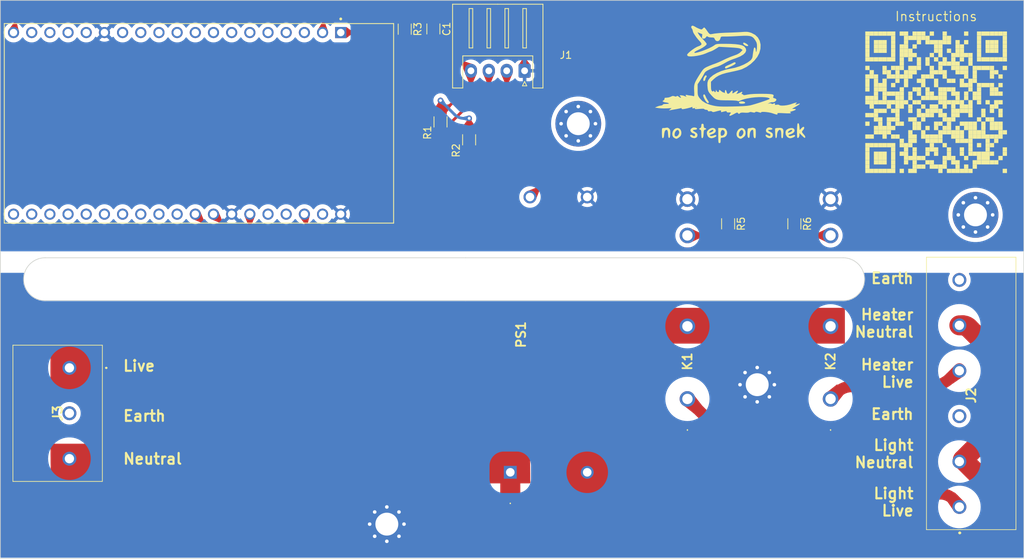
<source format=kicad_pcb>
(kicad_pcb (version 20221018) (generator pcbnew)
  (layers (0 "F.Cu" signal) (31 "B.Cu" signal) (34 "B.Paste" user) (35 "F.Paste" user) (36 "B.SilkS" user "B.Silkscreen") (37 "F.SilkS" user "F.Silkscreen") (38 "B.Mask" user) (39 "F.Mask" user) (44 "Edge.Cuts" user))
  (net 0 "")
  (net 1 "LIGHT_AC_P")
  (net 2 "AC_P_IN")
  (net 3 "LIGHT_EN")
  (net 4 "GND")
  (net 5 "HEAT_AC_P")
  (net 6 "HEAT_EN")
  (net 7 "AC_N_IN")
  (net 8 "+5V")
  (net 37 "Net-(J2-Pin_3)")
  (net 38 "SCL")
  (net 39 "LIGHT_LED_P")
  (net 40 "HEAT_LED_P")
  (net 41 "+3.3V")
  (net 42 "SDA")
  (net 43 "Net-(U1-EN)")
  (net 44 "Net-(J2-Pin_6)")
  (net 45 "Net-(J3-Pin_2)")
  (net 46 "Earth")
  (footprint "Resistor_SMD:R_1206_3216Metric_Pad1.30x1.75mm_HandSolder" (layer "F.Cu") (at 142.5 83 90)
    (fp_text reference "R1" (at -1.5 -1.82 90) (layer "F.SilkS"))
    (fp_text value "2.4k")
    (pad "1" smd roundrect (at -1.55 0 90) (size 1.3 1.75) (layers "F.Cu" "F.Paste" "F.Mask") (roundrect_rratio 0.1923076923) (net 38 "SCL"))
    (pad "2" smd roundrect (at 1.55 0 90) (size 1.3 1.75) (layers "F.Cu" "F.Paste" "F.Mask") (roundrect_rratio 0.1923076923) (net 41 "+3.3V"))
  )
  (footprint "Resistor_SMD:R_1206_3216Metric_Pad1.30x1.75mm_HandSolder" (layer "F.Cu") (at 146.5 85.5 90)
    (fp_text reference "R2" (at -1.5 -1.82 90) (layer "F.SilkS"))
    (fp_text value "2.4k")
    (pad "1" smd roundrect (at -1.55 0 90) (size 1.3 1.75) (layers "F.Cu" "F.Paste" "F.Mask") (roundrect_rratio 0.1923076923) (net 42 "SDA"))
    (pad "2" smd roundrect (at 1.55 0 90) (size 1.3 1.75) (layers "F.Cu" "F.Paste" "F.Mask") (roundrect_rratio 0.1923076923) (net 41 "+3.3V"))
  )
  (footprint "ESP32-DEVKITC-32D:MODULE_ESP32-DEVKITC-32D" (layer "F.Cu") (at 108.8 83.2 -90)
    (fp_text reference "U1" hide)
    (fp_text value "ESP32-DEVKITC-32D")
    (pad "J2-1" thru_hole rect (at -12.7 -19.76 270) (size 1.56 1.56) (drill 1.04) (layers "*.Cu" "*.Mask") (net 41 "+3.3V"))
    (pad "J2-2" thru_hole circle (at -12.7 -17.22 270) (size 1.56 1.56) (drill 1.04) (layers "*.Cu" "*.Mask") (net 43 "Net-(U1-EN)"))
    (pad "J2-3" thru_hole circle (at -12.7 -14.68 270) (size 1.56 1.56) (drill 1.04) (layers "*.Cu" "*.Mask"))
    (pad "J2-4" thru_hole circle (at -12.7 -12.14 270) (size 1.56 1.56) (drill 1.04) (layers "*.Cu" "*.Mask"))
    (pad "J2-5" thru_hole circle (at -12.7 -9.6 270) (size 1.56 1.56) (drill 1.04) (layers "*.Cu" "*.Mask"))
    (pad "J2-6" thru_hole circle (at -12.7 -7.06 270) (size 1.56 1.56) (drill 1.04) (layers "*.Cu" "*.Mask"))
    (pad "J2-7" thru_hole circle (at -12.7 -4.52 270) (size 1.56 1.56) (drill 1.04) (layers "*.Cu" "*.Mask"))
    (pad "J2-8" thru_hole circle (at -12.7 -1.98 270) (size 1.56 1.56) (drill 1.04) (layers "*.Cu" "*.Mask"))
    (pad "J2-9" thru_hole circle (at -12.7 0.56 270) (size 1.56 1.56) (drill 1.04) (layers "*.Cu" "*.Mask"))
    (pad "J2-10" thru_hole circle (at -12.7 3.1 270) (size 1.56 1.56) (drill 1.04) (layers "*.Cu" "*.Mask"))
    (pad "J2-11" thru_hole circle (at -12.7 5.64 270) (size 1.56 1.56) (drill 1.04) (layers "*.Cu" "*.Mask"))
    (pad "J2-12" thru_hole circle (at -12.7 8.18 270) (size 1.56 1.56) (drill 1.04) (layers "*.Cu" "*.Mask"))
    (pad "J2-13" thru_hole circle (at -12.7 10.72 270) (size 1.56 1.56) (drill 1.04) (layers "*.Cu" "*.Mask"))
    (pad "J2-14" thru_hole circle (at -12.7 13.26 270) (size 1.56 1.56) (drill 1.04) (layers "*.Cu" "*.Mask") (net 4 "GND"))
    (pad "J2-15" thru_hole circle (at -12.7 15.8 270) (size 1.56 1.56) (drill 1.04) (layers "*.Cu" "*.Mask"))
    (pad "J2-16" thru_hole circle (at -12.7 18.34 270) (size 1.56 1.56) (drill 1.04) (layers "*.Cu" "*.Mask"))
    (pad "J2-17" thru_hole circle (at -12.7 20.88 270) (size 1.56 1.56) (drill 1.04) (layers "*.Cu" "*.Mask"))
    (pad "J2-18" thru_hole circle (at -12.7 23.42 270) (size 1.56 1.56) (drill 1.04) (layers "*.Cu" "*.Mask"))
    (pad "J2-19" thru_hole circle (at -12.7 25.96 270) (size 1.56 1.56) (drill 1.04) (layers "*.Cu" "*.Mask") (net 8 "+5V"))
    (pad "J3-1" thru_hole circle (at 12.7 -19.76 270) (size 1.56 1.56) (drill 1.04) (layers "*.Cu" "*.Mask") (net 4 "GND"))
    (pad "J3-2" thru_hole circle (at 12.7 -17.22 270) (size 1.56 1.56) (drill 1.04) (layers "*.Cu" "*.Mask"))
    (pad "J3-3" thru_hole circle (at 12.7 -14.68 270) (size 1.56 1.56) (drill 1.04) (layers "*.Cu" "*.Mask") (net 38 "SCL"))
    (pad "J3-4" thru_hole circle (at 12.7 -12.14 270) (size 1.56 1.56) (drill 1.04) (layers "*.Cu" "*.Mask"))
    (pad "J3-5" thru_hole circle (at 12.7 -9.6 270) (size 1.56 1.56) (drill 1.04) (layers "*.Cu" "*.Mask"))
    (pad "J3-6" thru_hole circle (at 12.7 -7.06 270) (size 1.56 1.56) (drill 1.04) (layers "*.Cu" "*.Mask") (net 42 "SDA"))
    (pad "J3-7" thru_hole circle (at 12.7 -4.52 270) (size 1.56 1.56) (drill 1.04) (layers "*.Cu" "*.Mask") (net 4 "GND"))
    (pad "J3-8" thru_hole circle (at 12.7 -1.98 270) (size 1.56 1.56) (drill 1.04) (layers "*.Cu" "*.Mask") (net 3 "LIGHT_EN"))
    (pad "J3-9" thru_hole circle (at 12.7 0.56 270) (size 1.56 1.56) (drill 1.04) (layers "*.Cu" "*.Mask") (net 6 "HEAT_EN"))
    (pad "J3-10" thru_hole circle (at 12.7 3.1 270) (size 1.56 1.56) (drill 1.04) (layers "*.Cu" "*.Mask"))
    (pad "J3-11" thru_hole circle (at 12.7 5.64 270) (size 1.56 1.56) (drill 1.04) (layers "*.Cu" "*.Mask"))
    (pad "J3-12" thru_hole circle (at 12.7 8.18 270) (size 1.56 1.56) (drill 1.04) (layers "*.Cu" "*.Mask"))
    (pad "J3-13" thru_hole circle (at 12.7 10.72 270) (size 1.56 1.56) (drill 1.04) (layers "*.Cu" "*.Mask"))
    (pad "J3-14" thru_hole circle (at 12.7 13.26 270) (size 1.56 1.56) (drill 1.04) (layers "*.Cu" "*.Mask"))
    (pad "J3-15" thru_hole circle (at 12.7 15.8 270) (size 1.56 1.56) (drill 1.04) (layers "*.Cu" "*.Mask"))
    (pad "J3-16" thru_hole circle (at 12.7 18.34 270) (size 1.56 1.56) (drill 1.04) (layers "*.Cu" "*.Mask"))
    (pad "J3-17" thru_hole circle (at 12.7 20.88 270) (size 1.56 1.56) (drill 1.04) (layers "*.Cu" "*.Mask"))
    (pad "J3-18" thru_hole circle (at 12.7 23.42 270) (size 1.56 1.56) (drill 1.04) (layers "*.Cu" "*.Mask"))
    (pad "J3-19" thru_hole circle (at 12.7 25.96 270) (size 1.56 1.56) (drill 1.04) (layers "*.Cu" "*.Mask"))
  )
  (footprint "Resistor_SMD:R_1206_3216Metric_Pad1.30x1.75mm_HandSolder" (layer "F.Cu") (at 137.5 70.03 -90)
    (fp_text reference "R3" (at 0 -1.82 90) (layer "F.SilkS"))
    (fp_text value "10k")
    (pad "1" smd roundrect (at -1.55 0 270) (size 1.3 1.75) (layers "F.Cu" "F.Paste" "F.Mask") (roundrect_rratio 0.1923076923) (net 43 "Net-(U1-EN)"))
    (pad "2" smd roundrect (at 1.55 0 270) (size 1.3 1.75) (layers "F.Cu" "F.Paste" "F.Mask") (roundrect_rratio 0.1923076923) (net 41 "+3.3V"))
  )
  (footprint "Resistor_SMD:R_1206_3216Metric_Pad1.30x1.75mm_HandSolder" (layer "F.Cu") (at 191.9385 97.25 -90)
    (fp_text reference "R6" (at 0 -1.82 90) (layer "F.SilkS"))
    (fp_text value "422")
    (pad "1" smd roundrect (at -1.55 0 270) (size 1.3 1.75) (layers "F.Cu" "F.Paste" "F.Mask") (roundrect_rratio 0.1923076923) (net 6 "HEAT_EN"))
    (pad "2" smd roundrect (at 1.55 0 270) (size 1.3 1.75) (layers "F.Cu" "F.Paste" "F.Mask") (roundrect_rratio 0.1923076923) (net 40 "HEAT_LED_P"))
  )
  (footprint "MountingHole:MountingHole_3.2mm_M3_Pad_Via" (layer "F.Cu") (at 186.75 119.75)
    (fp_text reference "MH4" hide)
    (fp_text value "MountingHole_Pad" hide)
    (pad "1" thru_hole circle (at -2.4 0) (size 0.8 0.8) (drill 0.5) (layers "*.Cu" "*.Mask") (net 46 "Earth"))
    (pad "1" thru_hole circle (at -1.697056 -1.697056) (size 0.8 0.8) (drill 0.5) (layers "*.Cu" "*.Mask") (net 46 "Earth"))
    (pad "1" thru_hole circle (at -1.697056 1.697056) (size 0.8 0.8) (drill 0.5) (layers "*.Cu" "*.Mask") (net 46 "Earth"))
    (pad "1" thru_hole circle (at 0 -2.4) (size 0.8 0.8) (drill 0.5) (layers "*.Cu" "*.Mask") (net 46 "Earth"))
    (pad "1" thru_hole circle (at 0 0) (size 6.4 6.4) (drill 3.2) (layers "*.Cu" "*.Mask") (net 46 "Earth"))
    (pad "1" thru_hole circle (at 0 2.4) (size 0.8 0.8) (drill 0.5) (layers "*.Cu" "*.Mask") (net 46 "Earth"))
    (pad "1" thru_hole circle (at 1.697056 -1.697056) (size 0.8 0.8) (drill 0.5) (layers "*.Cu" "*.Mask") (net 46 "Earth"))
    (pad "1" thru_hole circle (at 1.697056 1.697056) (size 0.8 0.8) (drill 0.5) (layers "*.Cu" "*.Mask") (net 46 "Earth"))
    (pad "1" thru_hole circle (at 2.4 0) (size 0.8 0.8) (drill 0.5) (layers "*.Cu" "*.Mask") (net 46 "Earth"))
  )
  (footprint "MountingHole:MountingHole_3.2mm_M3_Pad_Via" (layer "F.Cu") (at 217.25 96)
    (fp_text reference "MH2" hide)
    (fp_text value "MountingHole_3.2mm_M3_Pad_Via" hide)
    (pad "1" thru_hole circle (at -2.4 0) (size 0.8 0.8) (drill 0.5) (layers "*.Cu" "*.Mask"))
    (pad "1" thru_hole circle (at -1.697056 -1.697056) (size 0.8 0.8) (drill 0.5) (layers "*.Cu" "*.Mask"))
    (pad "1" thru_hole circle (at -1.697056 1.697056) (size 0.8 0.8) (drill 0.5) (layers "*.Cu" "*.Mask"))
    (pad "1" thru_hole circle (at 0 -2.4) (size 0.8 0.8) (drill 0.5) (layers "*.Cu" "*.Mask"))
    (pad "1" thru_hole circle (at 0 0) (size 6.4 6.4) (drill 3.2) (layers "*.Cu" "*.Mask"))
    (pad "1" thru_hole circle (at 0 2.4) (size 0.8 0.8) (drill 0.5) (layers "*.Cu" "*.Mask"))
    (pad "1" thru_hole circle (at 1.697056 -1.697056) (size 0.8 0.8) (drill 0.5) (layers "*.Cu" "*.Mask"))
    (pad "1" thru_hole circle (at 1.697056 1.697056) (size 0.8 0.8) (drill 0.5) (layers "*.Cu" "*.Mask"))
    (pad "1" thru_hole circle (at 2.4 0) (size 0.8 0.8) (drill 0.5) (layers "*.Cu" "*.Mask"))
  )
  (footprint "MountingHole:MountingHole_3.2mm_M3_Pad_Via" (layer "F.Cu") (at 161.75 83.25)
    (fp_text reference "MH1" hide)
    (fp_text value "MountingHole_3.2mm_M3_Pad_Via" hide)
    (pad "1" thru_hole circle (at -2.4 0) (size 0.8 0.8) (drill 0.5) (layers "*.Cu" "*.Mask"))
    (pad "1" thru_hole circle (at -1.697056 -1.697056) (size 0.8 0.8) (drill 0.5) (layers "*.Cu" "*.Mask"))
    (pad "1" thru_hole circle (at -1.697056 1.697056) (size 0.8 0.8) (drill 0.5) (layers "*.Cu" "*.Mask"))
    (pad "1" thru_hole circle (at 0 -2.4) (size 0.8 0.8) (drill 0.5) (layers "*.Cu" "*.Mask"))
    (pad "1" thru_hole circle (at 0 0) (size 6.4 6.4) (drill 3.2) (layers "*.Cu" "*.Mask"))
    (pad "1" thru_hole circle (at 0 2.4) (size 0.8 0.8) (drill 0.5) (layers "*.Cu" "*.Mask"))
    (pad "1" thru_hole circle (at 1.697056 -1.697056) (size 0.8 0.8) (drill 0.5) (layers "*.Cu" "*.Mask"))
    (pad "1" thru_hole circle (at 1.697056 1.697056) (size 0.8 0.8) (drill 0.5) (layers "*.Cu" "*.Mask"))
    (pad "1" thru_hole circle (at 2.4 0) (size 0.8 0.8) (drill 0.5) (layers "*.Cu" "*.Mask"))
  )
  (footprint "Phoenix 1713969:1713969" (layer "F.Cu") (at 215 136.85 90)
    (fp_text reference "J2" (at 15.6 1.65 90) (layer "F.SilkS") (effects (font (size 1.27 1.27) (thickness 0.254))))
    (fp_text value "Screw_Terminal_01x06" hide)
    (pad "1" thru_hole circle (at 0 0 90) (size 1.95 1.95) (drill 1.3) (layers "*.Cu" "*.Mask") (net 1 "LIGHT_AC_P"))
    (pad "2" thru_hole circle (at 6.35 0 90) (size 1.95 1.95) (drill 1.3) (layers "*.Cu" "*.Mask") (net 7 "AC_N_IN"))
    (pad "3" thru_hole circle (at 12.7 0 90) (size 1.95 1.95) (drill 1.3) (layers "*.Cu" "*.Mask") (net 37 "Net-(J2-Pin_3)"))
    (pad "4" thru_hole circle (at 19.05 0 90) (size 1.95 1.95) (drill 1.3) (layers "*.Cu" "*.Mask") (net 5 "HEAT_AC_P"))
    (pad "5" thru_hole circle (at 25.4 0 90) (size 1.95 1.95) (drill 1.3) (layers "*.Cu" "*.Mask") (net 7 "AC_N_IN"))
    (pad "6" thru_hole circle (at 31.75 0 90) (size 1.95 1.95) (drill 1.3) (layers "*.Cu" "*.Mask") (net 44 "Net-(J2-Pin_6)"))
  )
  (footprint "RAC10E-05SK_277:RAC10E05SK277" (layer "F.Cu") (at 152.25 132 90)
    (fp_text reference "PS1" (at 19.25 1.5 90) (layer "F.SilkS") (effects (font (size 1.27 1.27) (thickness 0.254))))
    (fp_text value "RAC10E-05SK_277" hide)
    (pad "1" thru_hole rect (at 0 0 90) (size 1.8 1.8) (drill 1.2) (layers "*.Cu" "*.Mask") (net 7 "AC_N_IN"))
    (pad "2" thru_hole circle (at 0 10.75 90) (size 1.8 1.8) (drill 1.2) (layers "*.Cu" "*.Mask") (net 2 "AC_P_IN"))
    (pad "3" thru_hole circle (at 38.5 10.75 90) (size 1.8 1.8) (drill 1.2) (layers "*.Cu" "*.Mask") (net 4 "GND"))
    (pad "4" thru_hole circle (at 38.5 2.75 90) (size 1.8 1.8) (drill 1.2) (layers "*.Cu" "*.Mask") (net 8 "+5V"))
  )
  (footprint "Resistor_SMD:R_1206_3216Metric_Pad1.30x1.75mm_HandSolder" (layer "F.Cu") (at 182.6885 97.25 -90)
    (fp_text reference "R5" (at 0 -1.82 90) (layer "F.SilkS"))
    (fp_text value "422")
    (pad "1" smd roundrect (at -1.55 0 270) (size 1.3 1.75) (layers "F.Cu" "F.Paste" "F.Mask") (roundrect_rratio 0.1923076923) (net 3 "LIGHT_EN"))
    (pad "2" smd roundrect (at 1.55 0 270) (size 1.3 1.75) (layers "F.Cu" "F.Paste" "F.Mask") (roundrect_rratio 0.1923076923) (net 39 "LIGHT_LED_P"))
  )
  (footprint "snek:snek" (layer "F.Cu") (at 183 77.75)
    (fp_text reference "G***" hide)
    (fp_text value "LOGO" hide)
  )
  (footprint "MountingHole:MountingHole_3.2mm_M3_Pad_Via" (layer "F.Cu") (at 135 139.25)
    (fp_text reference "MH3" hide)
    (fp_text value "MountingHole_Pad" hide)
    (pad "1" thru_hole circle (at -2.4 0) (size 0.8 0.8) (drill 0.5) (layers "*.Cu" "*.Mask") (net 46 "Earth"))
    (pad "1" thru_hole circle (at -1.697056 -1.697056) (size 0.8 0.8) (drill 0.5) (layers "*.Cu" "*.Mask") (net 46 "Earth"))
    (pad "1" thru_hole circle (at -1.697056 1.697056) (size 0.8 0.8) (drill 0.5) (layers "*.Cu" "*.Mask") (net 46 "Earth"))
    (pad "1" thru_hole circle (at 0 -2.4) (size 0.8 0.8) (drill 0.5) (layers "*.Cu" "*.Mask") (net 46 "Earth"))
    (pad "1" thru_hole circle (at 0 0) (size 6.4 6.4) (drill 3.2) (layers "*.Cu" "*.Mask") (net 46 "Earth"))
    (pad "1" thru_hole circle (at 0 2.4) (size 0.8 0.8) (drill 0.5) (layers "*.Cu" "*.Mask") (net 46 "Earth"))
    (pad "1" thru_hole circle (at 1.697056 -1.697056) (size 0.8 0.8) (drill 0.5) (layers "*.Cu" "*.Mask") (net 46 "Earth"))
    (pad "1" thru_hole circle (at 1.697056 1.697056) (size 0.8 0.8) (drill 0.5) (layers "*.Cu" "*.Mask") (net 46 "Earth"))
    (pad "1" thru_hole circle (at 2.4 0) (size 0.8 0.8) (drill 0.5) (layers "*.Cu" "*.Mask") (net 46 "Earth"))
  )
  (footprint "Connector_JST:JST_XH_S4B-XH-A_1x04_P2.50mm_Horizontal" (layer "F.Cu") (at 154.25 75.85 180)
    (fp_text reference "J1" (at -5.77 2.19) (layer "F.SilkS"))
    (fp_text value "S4B-XH-A(LF)(SN)")
    (pad "1" thru_hole roundrect (at 0 0 180) (size 1.7 1.95) (drill 0.95) (layers "*.Cu" "*.Mask") (roundrect_rratio 0.1470588235) (net 4 "GND"))
    (pad "2" thru_hole oval (at 2.5 0 180) (size 1.7 1.95) (drill 0.95) (layers "*.Cu" "*.Mask") (net 42 "SDA"))
    (pad "3" thru_hole oval (at 5 0 180) (size 1.7 1.95) (drill 0.95) (layers "*.Cu" "*.Mask") (net 38 "SCL"))
    (pad "4" thru_hole oval (at 7.5 0 180) (size 1.7 1.95) (drill 0.95) (layers "*.Cu" "*.Mask") (net 41 "+3.3V"))
  )
  (footprint "CPC40055ST:CPC40055ST" (layer "F.Cu") (at 177 121.74 90)
    (fp_text reference "K1" (at 5.24 0 90) (layer "F.SilkS") (effects (font (size 1.27 1.27) (thickness 0.254))))
    (fp_text value "CPC40055ST" hide)
    (pad "1" thru_hole circle (at 0 0 90) (size 2.175 2.175) (drill 1.45) (layers "*.Cu" "*.Mask") (net 1 "LIGHT_AC_P"))
    (pad "2" thru_hole circle (at 10.16 0 90) (size 2.175 2.175) (drill 1.45) (layers "*.Cu" "*.Mask") (net 2 "AC_P_IN"))
    (pad "3" thru_hole circle (at 22.86 0 90) (size 2.175 2.175) (drill 1.45) (layers "*.Cu" "*.Mask") (net 39 "LIGHT_LED_P"))
    (pad "4" thru_hole circle (at 27.94 0 90) (size 2.175 2.175) (drill 1.45) (layers "*.Cu" "*.Mask") (net 4 "GND"))
  )
  (footprint "QR:rickroll" (layer "F.Cu") (at 211.75 80.25)
    (fp_text reference "QR*****" hide)
    (fp_text value "Instructions" (at 0 -12 unlocked) (layer "F.SilkS") (effects (font (size 1.3 1.3))))
  )
  (footprint "Capacitor_SMD:C_1206_3216Metric_Pad1.33x1.80mm_HandSolder" (layer "F.Cu") (at 141.5 70 -90)
    (fp_text reference "C1" (at 0 -1.85 90) (layer "F.SilkS"))
    (fp_text value "1u")
    (pad "1" smd roundrect (at -1.5625 0 270) (size 1.325 1.8) (layers "F.Cu" "F.Paste" "F.Mask") (roundrect_rratio 0.1886792453) (net 43 "Net-(U1-EN)"))
    (pad "2" smd roundrect (at 1.5625 0 270) (size 1.325 1.8) (layers "F.Cu" "F.Paste" "F.Mask") (roundrect_rratio 0.1886792453) (net 4 "GND"))
  )
  (footprint "Phoenix 1714968:1714968" (layer "F.Cu") (at 90.65 117.395 -90)
    (fp_text reference "J3" (at 6.355 1.65 90) (layer "F.SilkS") (effects (font (size 1.27 1.27) (thickness 0.254))))
    (fp_text value "Screw_Terminal_01x03" hide)
    (pad "1" thru_hole circle (at 0 0 270) (size 1.95 1.95) (drill 1.3) (layers "*.Cu" "*.Mask") (net 2 "AC_P_IN"))
    (pad "2" thru_hole circle (at 6.35 0 270) (size 1.95 1.95) (drill 1.3) (layers "*.Cu" "*.Mask") (net 45 "Net-(J3-Pin_2)"))
    (pad "3" thru_hole circle (at 12.7 0 270) (size 1.95 1.95) (drill 1.3) (layers "*.Cu" "*.Mask") (net 7 "AC_N_IN"))
  )
  (footprint "CPC40055ST:CPC40055ST" (layer "F.Cu") (at 197 121.74 90)
    (fp_text reference "K2" (at 5.24 0 90) (layer "F.SilkS") (effects (font (size 1.27 1.27) (thickness 0.254))))
    (fp_text value "CPC40055ST" hide)
    (pad "1" thru_hole circle (at 0 0 90) (size 2.175 2.175) (drill 1.45) (layers "*.Cu" "*.Mask") (net 5 "HEAT_AC_P"))
    (pad "2" thru_hole circle (at 10.16 0 90) (size 2.175 2.175) (drill 1.45) (layers "*.Cu" "*.Mask") (net 2 "AC_P_IN"))
    (pad "3" thru_hole circle (at 22.86 0 90) (size 2.175 2.175) (drill 1.45) (layers "*.Cu" "*.Mask") (net 40 "HEAT_LED_P"))
    (pad "4" thru_hole circle (at 27.94 0 90) (size 2.175 2.175) (drill 1.45) (layers "*.Cu" "*.Mask") (net 4 "GND"))
  )
  (gr_line (start 81 66) (end 224 66) (stroke (width 0.1)) (layer "Edge.Cuts"))
  (gr_arc (start 198.75 102) (mid 201.75 105) (end 198.75 108) (stroke (width 0.1)) (layer "Edge.Cuts"))
  (gr_line (start 146 108) (end 198.75 108) (stroke (width 0.1)) (layer "Edge.Cuts"))
  (gr_line (start 81 144) (end 224 144) (stroke (width 0.1)) (layer "Edge.Cuts"))
  (gr_line (start 198.75 102) (end 146 102) (stroke (width 0.1)) (layer "Edge.Cuts"))
  (gr_line (start 146 102) (end 87.25 102) (stroke (width 0.1)) (layer "Edge.Cuts"))
  (gr_line (start 87.25 108) (end 146 108) (stroke (width 0.1)) (layer "Edge.Cuts"))
  (gr_line (start 81 66) (end 81 144) (stroke (width 0.1)) (layer "Edge.Cuts"))
  (gr_line (start 224 144) (end 224 67) (stroke (width 0.1)) (layer "Edge.Cuts"))
  (gr_line (start 224 66) (end 224 67) (stroke (width 0.1)) (layer "Edge.Cuts"))
  (gr_arc (start 87.25 108) (mid 84.25 105) (end 87.25 102) (stroke (width 0.1)) (layer "Edge.Cuts"))
  (gr_text "Copyright © 2018-2023 Jacob McSwain" (at 83 142) (layer "F.Cu") (effects (font (size 1.5 1.5) (thickness 0.3) bold) (justify left bottom)))
  (gr_text "SnekSafe v1.1" (at 83 139) (layer "F.Cu") (effects (font (size 1.5 1.5) (thickness 0.3) bold) (justify left bottom)))
  (gr_text "Light\nNeutral" (at 208.75 131.5) (layer "F.SilkS") (effects (font (size 1.5 1.5) (thickness 0.3) bold) (justify right bottom)))
  (gr_text "Heater\nLive" (at 208.75 120.25) (layer "F.SilkS") (effects (font (size 1.5 1.5) (thickness 0.3) bold) (justify right bottom)))
  (gr_text "Heater\nNeutral" (at 208.75 113.25) (layer "F.SilkS") (effects (font (size 1.5 1.5) (thickness 0.3) bold) (justify right bottom)))
  (gr_text "Earth" (at 208.75 105.75) (layer "F.SilkS") (effects (font (size 1.5 1.5) (thickness 0.3) bold) (justify right bottom)))
  (gr_text "Live" (at 98 118) (layer "F.SilkS") (effects (font (size 1.5 1.5) (thickness 0.3) bold) (justify left bottom)))
  (gr_text "Neutral" (at 98 131) (layer "F.SilkS") (effects (font (size 1.5 1.5) (thickness 0.3) bold) (justify left bottom)))
  (gr_text "Light\nLive" (at 208.75 138.25) (layer "F.SilkS") (effects (font (size 1.5 1.5) (thickness 0.3) bold) (justify right bottom)))
  (gr_text "Earth" (at 208.75 124.75) (layer "F.SilkS") (effects (font (size 1.5 1.5) (thickness 0.3) bold) (justify right bottom)))
  (gr_text "Earth" (at 98 125) (layer "F.SilkS") (effects (font (size 1.5 1.5) (thickness 0.3) bold) (justify left bottom)))
  (segment (start 192.513963 135) (end 212.268629 135) (width 1.6) (layer "F.Cu") (net 1))
  (segment (start 214.2 135.8) (end 215 136.6) (width 1.6) (layer "F.Cu") (net 1))
  (segment (start 188.666207 133.406207) (end 177 121.74) (width 1.6) (layer "F.Cu") (net 1))
  (arc (start 214.2 135.8) (mid 213.313879 135.207913) (end 212.268629 135) (width 1.6) (layer "F.Cu") (net 1))
  (arc (start 188.666207 133.406207) (mid 190.431572 134.585786) (end 192.513963 135) (width 1.6) (layer "F.Cu") (net 1))
  (segment (start 113.053707 98.173707) (end 110.78 95.9) (width 0.4) (layer "F.Cu") (net 3))
  (segment (start 182.5385 95.85) (end 182.6885 95.7) (width 0.4) (layer "F.Cu") (net 3))
  (segment (start 174.253963 96) (end 182.176367 96) (width 0.4) (layer "F.Cu") (net 3))
  (segment (start 170.406206 97.593792) (end 169.826292 98.173707) (width 0.4) (layer "F.Cu") (net 3))
  (segment (start 116.901463 99.7675) (end 165.978536 99.7675) (width 0.4) (layer "F.Cu") (net 3))
  (arc (start 169.826292 98.173707) (mid 168.060926 99.353286) (end 165.978536 99.7675) (width 0.4) (layer "F.Cu") (net 3))
  (arc (start 182.5385 95.85) (mid 182.372352 95.961016) (end 182.176367 96) (width 0.4) (layer "F.Cu") (net 3))
  (arc (start 113.053707 98.173707) (mid 114.819072 99.353286) (end 116.901463 99.7675) (width 0.4) (layer "F.Cu") (net 3))
  (arc (start 174.253963 96) (mid 172.171572 96.414213) (end 170.406206 97.593792) (width 0.4) (layer "F.Cu") (net 3))
  (segment (start 149.66215 71.5625) (end 141.5 71.5625) (width 0.4) (layer "F.Cu") (net 4))
  (segment (start 154.25 75.05) (end 154.25 75.85) (width 0.4) (layer "F.Cu") (net 4))
  (segment (start 153.684314 73.684314) (end 152.90625 72.90625) (width 0.4) (layer "F.Cu") (net 4))
  (arc (start 153.684314 73.684314) (mid 154.102982 74.310896) (end 154.25 75.05) (width 0.4) (layer "F.Cu") (net 4))
  (arc (start 152.90625 72.90625) (mid 151.417844 71.911729) (end 149.66215 71.5625) (width 0.4) (layer "F.Cu") (net 4))
  (segment (start 213.775 118.775) (end 215 117.55) (width 1.6) (layer "F.Cu") (net 5))
  (segment (start 197.87 120.87) (end 197 121.74) (width 1.6) (layer "F.Cu") (net 5))
  (segment (start 199.970365 120) (end 210.817588 120) (width 1.6) (layer "F.Cu") (net 5))
  (arc (start 213.775 118.775) (mid 212.418127 119.681632) (end 210.817588 120) (width 1.6) (layer "F.Cu") (net 5))
  (arc (start 199.970365 120) (mid 198.833655 120.226105) (end 197.87 120.87) (width 1.6) (layer "F.Cu") (net 5))
  (segment (start 111.513707 99.173707) (end 108.24 95.9) (width 0.4) (layer "F.Cu") (net 6))
  (segment (start 188.464792 99.173707) (end 191.9385 95.7) (width 0.4) (layer "F.Cu") (net 6))
  (segment (start 115.361463 100.7675) (end 184.617036 100.7675) (width 0.4) (layer "F.Cu") (net 6))
  (arc (start 188.464792 99.173707) (mid 186.699426 100.353286) (end 184.617036 100.7675) (width 0.4) (layer "F.Cu") (net 6))
  (arc (start 111.513707 99.173707) (mid 113.279072 100.353286) (end 115.361463 100.7675) (width 0.4) (layer "F.Cu") (net 6))
  (segment (start 215.475 111.45) (end 215 111.45) (width 2.8) (layer "F.Cu") (net 7))
  (segment (start 220 138.085786) (end 220 137.003963) (width 2.8) (layer "F.Cu") (net 7))
  (segment (start 219.8 117.553963) (end 219.8 123.696036) (width 2.8) (layer "F.Cu") (net 7))
  (segment (start 153.843792 138.843792) (end 154.906207 139.906207) (width 2.8) (layer "F.Cu") (net 7))
  (segment (start 152.25 134.996036) (end 152.25 132) (width 2.8) (layer "F.Cu") (net 7))
  (segment (start 216.585786 141.5) (end 158.753963 141.5) (width 2.8) (layer "F.Cu") (net 7))
  (segment (start 215.5 130.25) (end 218.406207 133.156207) (width 2.8) (layer "F.Cu") (net 7))
  (segment (start 215.5 130.25) (end 218.206207 127.543792) (width 2.8) (layer "F.Cu") (net 7))
  (segment (start 216.285875 111.785875) (end 218.206207 113.706207) (width 2.8) (layer "F.Cu") (net 7))
  (arc (start 152.25 134.996036) (mid 152.664213 137.078426) (end 153.843792 138.843792) (width 2.8) (layer "F.Cu") (net 7))
  (arc (start 154.906207 139.906207) (mid 156.671572 141.085786) (end 158.753963 141.5) (width 2.8) (layer "F.Cu") (net 7))
  (arc (start 216.285875 111.785875) (mid 215.913842 111.537291) (end 215.475 111.45) (width 2.8) (layer "F.Cu") (net 7))
  (arc (start 218.206207 113.706207) (mid 219.385786 115.471572) (end 219.8 117.553963) (width 2.8) (layer "F.Cu") (net 7))
  (arc (start 218.406207 133.156207) (mid 219.585786 134.921572) (end 220 137.003963) (width 2.8) (layer "F.Cu") (net 7))
  (arc (start 219.8 123.696036) (mid 219.385786 125.778426) (end 218.206207 127.543792) (width 2.8) (layer "F.Cu") (net 7))
  (arc (start 220 138.085786) (mid 219.740108 139.392349) (end 219 140.5) (width 2.8) (layer "F.Cu") (net 7))
  (arc (start 219 140.5) (mid 217.892349 141.240108) (end 216.585786 141.5) (width 2.8) (layer "F.Cu") (net 7))
  (segment (start 156.4 74.453963) (end 156.4 91.11005) (width 0.4) (layer "F.Cu") (net 8))
  (segment (start 82.84 69.955) (end 82.84 70.5) (width 0.4) (layer "F.Cu") (net 8))
  (segment (start 87.380904 66.75) (end 148.696036 66.75) (width 0.4) (layer "F.Cu") (net 8))
  (segment (start 155.7 92.8) (end 155 93.5) (width 0.4) (layer "F.Cu") (net 8))
  (segment (start 154.806207 70.606207) (end 152.543792 68.343792) (width 0.4) (layer "F.Cu") (net 8))
  (segment (start 84.169999 68.079999) (end 83.225373 69.024626) (width 0.4) (layer "F.Cu") (net 8))
  (arc (start 152.543792 68.343792) (mid 150.778426 67.164213) (end 148.696036 66.75) (width 0.4) (layer "F.Cu") (net 8))
  (arc (start 83.225373 69.024626) (mid 82.940155 69.451485) (end 82.84 69.955) (width 0.4) (layer "F.Cu") (net 8))
  (arc (start 87.380904 66.75) (mid 85.643175 67.095655) (end 84.169999 68.079999) (width 0.4) (layer "F.Cu") (net 8))
  (arc (start 154.806207 70.606207) (mid 155.985786 72.371572) (end 156.4 74.453963) (width 0.4) (layer "F.Cu") (net 8))
  (arc (start 156.4 91.11005) (mid 156.218075 92.024644) (end 155.7 92.8) (width 0.4) (layer "F.Cu") (net 8))
  (segment (start 123.48 96.44) (end 123.48 95.9) (width 0.4) (layer "F.Cu") (net 38))
  (segment (start 140.326292 96.173706) (end 140.906207 95.593792) (width 0.4) (layer "F.Cu") (net 38))
  (segment (start 136.478536 97.7675) (end 124.824346 97.7675) (width 0.4) (layer "F.Cu") (net 38))
  (segment (start 123.87375 97.37375) (end 123.861837 97.361837) (width 0.4) (layer "F.Cu") (net 38))
  (segment (start 142.5 84.55) (end 142.5 91.746036) (width 0.4) (layer "F.Cu") (net 38))
  (segment (start 149.25 76.825) (end 149.25 75.85) (width 0.4) (layer "F.Cu") (net 38))
  (segment (start 142.5 84.55) (end 148.56057 78.489429) (width 0.4) (layer "F.Cu") (net 38))
  (arc (start 140.326292 96.173706) (mid 138.560926 97.353286) (end 136.478536 97.7675) (width 0.4) (layer "F.Cu") (net 38))
  (arc (start 123.87375 97.37375) (mid 124.309887 97.665167) (end 124.824346 97.7675) (width 0.4) (layer "F.Cu") (net 38))
  (arc (start 142.5 91.746036) (mid 142.085786 93.828426) (end 140.906207 95.593792) (width 0.4) (layer "F.Cu") (net 38))
  (arc (start 123.48 96.44) (mid 123.579236 96.938894) (end 123.861837 97.361837) (width 0.4) (layer "F.Cu") (net 38))
  (arc (start 149.25 76.825) (mid 149.070822 77.725782) (end 148.56057 78.489429) (width 0.4) (layer "F.Cu") (net 38))
  (segment (start 182.551931 98.88) (end 177 98.88) (width 0.4) (layer "F.Cu") (net 39))
  (segment (start 182.6485 98.84) (end 182.6885 98.8) (width 0.4) (layer "F.Cu") (net 39))
  (arc (start 182.6485 98.84) (mid 182.604193 98.869604) (end 182.551931 98.88) (width 0.4) (layer "F.Cu") (net 39))
  (segment (start 191.9785 98.84) (end 191.9385 98.8) (width 0.4) (layer "F.Cu") (net 40))
  (segment (start 192.075068 98.88) (end 197 98.88) (width 0.4) (layer "F.Cu") (net 40))
  (arc (start 191.9785 98.84) (mid 192.022805 98.869604) (end 192.075068 98.88) (width 0.4) (layer "F.Cu") (net 40))
  (segment (start 146.5 82.5) (end 146.5 83.95) (width 0.4) (layer "F.Cu") (net 41))
  (segment (start 141.878858 73.5) (end 142.738299 73.5) (width 0.4) (layer "F.Cu") (net 41))
  (segment (start 139.525 72.525) (end 138.921231 71.921231) (width 0.4) (layer "F.Cu") (net 41))
  (segment (start 142.5 81.175) (end 142.5 80) (width 0.4) (layer "F.Cu") (net 41))
  (segment (start 138.025 71.55) (end 137.5 71.55) (width 0.4) (layer "F.Cu") (net 41))
  (segment (start 143.244454 81.255545) (end 146.078248 78.421751) (width 0.4) (layer "F.Cu") (net 41))
  (segment (start 145.575 74.675) (end 146.078248 75.178248) (width 0.4) (layer "F.Cu") (net 41))
  (segment (start 135.707537 70.5) (end 128.56 70.5) (width 0.4) (layer "F.Cu") (net 41))
  (segment (start 136.975 71.025) (end 137.5 71.55) (width 0.4) (layer "F.Cu") (net 41))
  (via (at 142.5 80) (size 0.8) (drill 0.4) (layers "F.Cu" "B.Cu") (net 41))
  (via (at 146.5 82.5) (size 0.8) (drill 0.4) (layers "F.Cu" "B.Cu") (net 41))
  (arc (start 136.975 71.025) (mid 136.393483 70.636443) (end 135.707537 70.5) (width 0.4) (layer "F.Cu") (net 41))
  (arc (start 142.5 81.175) (mid 142.580545 81.369454) (end 142.775 81.45) (width 0.4) (layer "F.Cu") (net 41))
  (arc (start 139.525 72.525) (mid 140.604959 73.246605) (end 141.878858 73.5) (width 0.4) (layer "F.Cu") (net 41))
  (arc (start 146.078248 75.178248) (mid 146.575417 75.922314) (end 146.75 76.8) (width 0.4) (layer "F.Cu") (net 41))
  (arc (start 138.921231 71.921231) (mid 138.510036 71.646479) (end 138.025 71.55) (width 0.4) (layer "F.Cu") (net 41))
  (arc (start 145.575 74.675) (mid 144.27351 73.805372) (end 142.738299 73.5) (width 0.4) (layer "F.Cu") (net 41))
  (arc (start 146.75 76.8) (mid 146.575417 77.677685) (end 146.078248 78.421751) (width 0.4) (layer "F.Cu") (net 41))
  (arc (start 143.244454 81.255545) (mid 143.029066 81.399462) (end 142.775 81.45) (width 0.4) (layer "F.Cu") (net 41))
  (segment (start 146.5 82.5) (end 145.75 82.5) (width 0.4) (layer "B.Cu") (net 41))
  (segment (start 142.5 80) (end 144.469669 81.969669) (width 0.4) (layer "B.Cu") (net 41))
  (arc (start 144.469669 81.969669) (mid 145.05709 82.362171) (end 145.75 82.5) (width 0.4) (layer "B.Cu") (net 41))
  (segment (start 144.906207 94.593792) (end 142.326292 97.173707) (width 0.4) (layer "F.Cu") (net 42))
  (segment (start 146.5 87.05) (end 146.5 90.746036) (width 0.4) (layer "F.Cu") (net 42))
  (segment (start 138.478536 98.7675) (end 117.409199 98.7675) (width 0.4) (layer "F.Cu") (net 42))
  (segment (start 146.5 87.05) (end 150.156207 83.393792) (width 0.4) (layer "F.Cu") (net 42))
  (segment (start 151.75 79.546036) (end 151.75 75.85) (width 0.4) (layer "F.Cu") (net 42))
  (segment (start 115.86 97.2183) (end 115.86 95.9) (width 0.4) (layer "F.Cu") (net 42))
  (arc (start 146.5 90.746036) (mid 146.085786 92.828426) (end 144.906207 94.593792) (width 0.4) (layer "F.Cu") (net 42))
  (arc (start 151.75 79.546036) (mid 151.335786 81.628426) (end 150.156207 83.393792) (width 0.4) (layer "F.Cu") (net 42))
  (arc (start 142.326292 97.173707) (mid 140.560926 98.353286) (end 138.478536 98.7675) (width 0.4) (layer "F.Cu") (net 42))
  (arc (start 116.31375 98.31375) (mid 116.816346 98.649574) (end 117.409199 98.7675) (width 0.4) (layer "F.Cu") (net 42))
  (arc (start 115.86 97.2183) (mid 115.977925 97.811153) (end 116.31375 98.31375) (width 0.4) (layer "F.Cu") (net 42))
  (segment (start 126.02 69.781543) (end 126.02 70.5) (width 0.4) (layer "F.Cu") (net 43))
  (segment (start 137.521338 68.4375) (end 141.5 68.4375) (width 0.4) (layer "F.Cu") (net 43))
  (segment (start 137.491161 68.45) (end 127.351543 68.45) (width 0.4) (layer "F.Cu") (net 43))
  (arc (start 137.50625 68.44375) (mid 137.499327 68.448375) (end 137.491161 68.45) (width 0.4) (layer "F.Cu") (net 43))
  (arc (start 127.351543 68.45) (mid 126.841983 68.551357) (end 126.41 68.84) (width 0.4) (layer "F.Cu") (net 43))
  (arc (start 137.521338 68.4375) (mid 137.513172 68.439124) (end 137.50625 68.44375) (width 0.4) (layer "F.Cu") (net 43))
  (arc (start 126.41 68.84) (mid 126.121357 69.271983) (end 126.02 69.781543) (width 0.4) (layer "F.Cu") (net 43))
  (zone (net 2) (net_name "AC_P_IN") (layer "F.Cu") (priority 2) (connect_pads yes (clearance 0.5)) (min_thickness 0.25) (fill yes (thermal_gap 0.5) (thermal_bridge_width 0.5))
    (polygon (pts (xy 199 109) (xy 199 114) (xy 175 114) (xy 168 121) (xy 168 137) (xy 159 137) (xy 159 109)))
  )
  (zone (net 7) (net_name "AC_N_IN") (layer "F.Cu") (priority 3) (connect_pads yes (clearance 0.5)) (min_thickness 0.25) (fill yes (thermal_gap 0.5) (thermal_bridge_width 0.5))
    (polygon (pts (xy 155.05 133.55) (xy 88.05 133.55) (xy 88 128) (xy 155 128)))
  )
  (zone (net 2) (net_name "AC_P_IN") (layer "F.Cu") (priority 4) (connect_pads yes (clearance 0.5)) (min_thickness 0.25) (fill yes (thermal_gap 0.5) (thermal_bridge_width 0.5))
    (polygon (pts (xy 163 121) (xy 88 121) (xy 88 114) (xy 141 114) (xy 159 109) (xy 163 109)))
  )
  (zone (net 4) (net_name "GND") (layer "B.Cu") (connect_pads (clearance 0.5)) (min_thickness 0.25) (fill yes (thermal_gap 0.5) (thermal_bridge_width 0.5))
    (polygon (pts (xy 81 66) (xy 81 101.1) (xy 224 101.1) (xy 224 66)))
  )
  (zone (net 46) (net_name "Earth") (layer "B.Cu") (priority 1) (connect_pads yes (clearance 0.5)) (min_thickness 0.25) (fill yes (thermal_gap 0.5) (thermal_bridge_width 0.5))
    (polygon (pts (xy 81 104.1) (xy 81 144) (xy 224 144) (xy 224 104.1)))
  )
)
</source>
